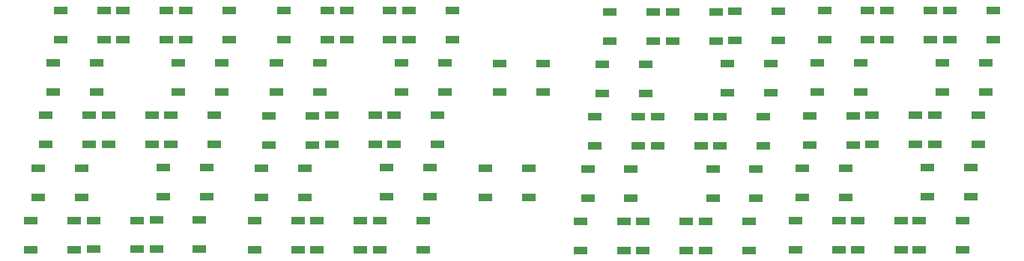
<source format=gtp>
G04 Layer_Color=8421504*
%FSLAX42Y42*%
%MOMM*%
G71*
G01*
G75*
%ADD10R,1.50X0.90*%
D10*
X11603Y2221D02*
D03*
Y2551D02*
D03*
X11113D02*
D03*
Y2221D02*
D03*
X11196Y3146D02*
D03*
Y2816D02*
D03*
X11686D02*
D03*
Y3146D02*
D03*
X10979Y2814D02*
D03*
Y3144D02*
D03*
X10489D02*
D03*
Y2814D02*
D03*
X10322Y1956D02*
D03*
Y1626D02*
D03*
X10812D02*
D03*
Y1956D02*
D03*
X11029Y1957D02*
D03*
Y1627D02*
D03*
X11519D02*
D03*
Y1957D02*
D03*
X11436Y1033D02*
D03*
Y1363D02*
D03*
X10946D02*
D03*
Y1033D02*
D03*
X11345Y435D02*
D03*
Y765D02*
D03*
X10855D02*
D03*
Y435D02*
D03*
X10645D02*
D03*
Y765D02*
D03*
X10155D02*
D03*
Y435D02*
D03*
X9455Y765D02*
D03*
Y435D02*
D03*
X9945D02*
D03*
Y765D02*
D03*
X9532Y1360D02*
D03*
Y1030D02*
D03*
X10022D02*
D03*
Y1360D02*
D03*
X9615Y1954D02*
D03*
Y1624D02*
D03*
X10105D02*
D03*
Y1954D02*
D03*
X9699Y2548D02*
D03*
Y2218D02*
D03*
X10189D02*
D03*
Y2548D02*
D03*
X9782Y3142D02*
D03*
Y2812D02*
D03*
X10272D02*
D03*
Y3142D02*
D03*
X9177Y2209D02*
D03*
Y2539D02*
D03*
X8687D02*
D03*
Y2209D02*
D03*
X8771Y3133D02*
D03*
Y2803D02*
D03*
X9261D02*
D03*
Y3133D02*
D03*
X8554Y2801D02*
D03*
Y3131D02*
D03*
X8064D02*
D03*
Y2801D02*
D03*
X7897Y1943D02*
D03*
Y1613D02*
D03*
X8387D02*
D03*
Y1943D02*
D03*
X8604Y1945D02*
D03*
Y1615D02*
D03*
X9094D02*
D03*
Y1945D02*
D03*
X9010Y1020D02*
D03*
Y1350D02*
D03*
X8520D02*
D03*
Y1020D02*
D03*
X8927Y426D02*
D03*
Y756D02*
D03*
X8437D02*
D03*
Y426D02*
D03*
X8220Y425D02*
D03*
Y755D02*
D03*
X7730D02*
D03*
Y425D02*
D03*
X7023Y753D02*
D03*
Y423D02*
D03*
X7513D02*
D03*
Y753D02*
D03*
X7106Y1347D02*
D03*
Y1017D02*
D03*
X7596D02*
D03*
Y1347D02*
D03*
X7190Y1941D02*
D03*
Y1611D02*
D03*
X7680D02*
D03*
Y1941D02*
D03*
X7273Y2536D02*
D03*
Y2206D02*
D03*
X7763D02*
D03*
Y2536D02*
D03*
X7357Y3130D02*
D03*
Y2800D02*
D03*
X7847D02*
D03*
Y3130D02*
D03*
X6437Y1029D02*
D03*
Y1359D02*
D03*
X5947D02*
D03*
Y1029D02*
D03*
X6114Y2547D02*
D03*
Y2217D02*
D03*
X6604D02*
D03*
Y2547D02*
D03*
X5493Y2222D02*
D03*
Y2552D02*
D03*
X5003D02*
D03*
Y2222D02*
D03*
X5087Y3146D02*
D03*
Y2816D02*
D03*
X5577D02*
D03*
Y3146D02*
D03*
X4870Y2814D02*
D03*
Y3144D02*
D03*
X4380D02*
D03*
Y2814D02*
D03*
X4213Y1956D02*
D03*
Y1626D02*
D03*
X4703D02*
D03*
Y1956D02*
D03*
X4920Y1957D02*
D03*
Y1627D02*
D03*
X5410D02*
D03*
Y1957D02*
D03*
X5326Y1033D02*
D03*
Y1363D02*
D03*
X4836D02*
D03*
Y1033D02*
D03*
X5245Y435D02*
D03*
Y765D02*
D03*
X4755D02*
D03*
Y435D02*
D03*
X4536Y438D02*
D03*
Y768D02*
D03*
X4046D02*
D03*
Y438D02*
D03*
X3339Y766D02*
D03*
Y436D02*
D03*
X3829D02*
D03*
Y766D02*
D03*
X3422Y1360D02*
D03*
Y1030D02*
D03*
X3912D02*
D03*
Y1360D02*
D03*
X3506Y1954D02*
D03*
Y1624D02*
D03*
X3996D02*
D03*
Y1954D02*
D03*
X3589Y2548D02*
D03*
Y2218D02*
D03*
X4079D02*
D03*
Y2548D02*
D03*
X3673Y3143D02*
D03*
Y2813D02*
D03*
X4163D02*
D03*
Y3143D02*
D03*
X2969Y2223D02*
D03*
Y2553D02*
D03*
X2479D02*
D03*
Y2223D02*
D03*
X2563Y3147D02*
D03*
Y2817D02*
D03*
X3053D02*
D03*
Y3147D02*
D03*
X2345Y2816D02*
D03*
Y3146D02*
D03*
X1855D02*
D03*
Y2816D02*
D03*
X1688Y1957D02*
D03*
Y1627D02*
D03*
X2178D02*
D03*
Y1957D02*
D03*
X2396Y1959D02*
D03*
Y1629D02*
D03*
X2886D02*
D03*
Y1959D02*
D03*
X2802Y1035D02*
D03*
Y1365D02*
D03*
X2312D02*
D03*
Y1035D02*
D03*
X2719Y440D02*
D03*
Y770D02*
D03*
X2229D02*
D03*
Y440D02*
D03*
X2011Y439D02*
D03*
Y769D02*
D03*
X1521D02*
D03*
Y439D02*
D03*
X814Y767D02*
D03*
Y437D02*
D03*
X1304D02*
D03*
Y767D02*
D03*
X898Y1361D02*
D03*
Y1031D02*
D03*
X1388D02*
D03*
Y1361D02*
D03*
X981Y1956D02*
D03*
Y1626D02*
D03*
X1471D02*
D03*
Y1956D02*
D03*
X1065Y2550D02*
D03*
Y2220D02*
D03*
X1555D02*
D03*
Y2550D02*
D03*
X1148Y3144D02*
D03*
Y2814D02*
D03*
X1638D02*
D03*
Y3144D02*
D03*
M02*

</source>
